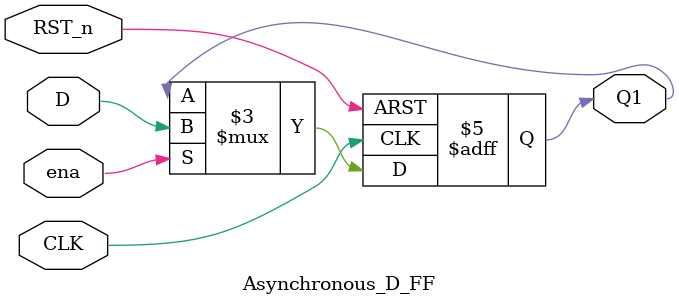
<source format=v>
`timescale 1ns / 1ps


module pcreg(
    input clk,
    input rst,
    input ena,
    input [31:0] data_in,
    output [31:0] data_out
    );
    genvar i;  
        generate  
            for (i = 0; i < 32; i = i + 1) begin : pc_bits  
                Asynchronous_D_FF u_ff (  
                    .CLK(clk),  
                    .RST_n(rst),
                    .ena(ena),  
                    .D(data_in[i]),  
                    .Q1(data_out[i])  
                );  
            end  
        endgenerate  
endmodule


module Asynchronous_D_FF(
    input CLK,
    input RST_n,
    input D,
    input ena,
    output reg Q1  //q1¾ÍÊÇÒ»¸öÊä³ö¾Í¹»ÁË
    );
    
    always@(posedge CLK or posedge RST_n)begin
          if(RST_n)begin //Èç¹ûÉÏÉýÑØµ½À´Ê±£¬¸´Î»ÐÅºÅÎª1--ÓÐÐ§¸´Î»
           Q1<=0;
          end
          else begin
           if(ena)begin
            Q1<=D;
           end
           else begin
            Q1<=Q1;
           end
          end
     end
endmodule


</source>
